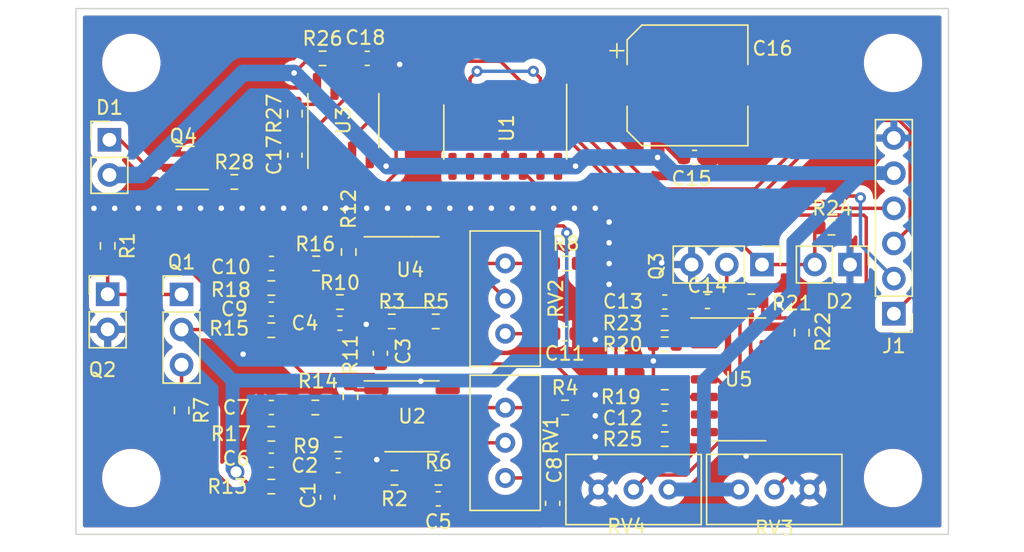
<source format=kicad_pcb>
(kicad_pcb (version 20211014) (generator pcbnew)
  (layers (0 "F.Cu" signal) (31 "B.Cu" signal) (34 "B.Paste" user) (35 "F.Paste" user) (36 "B.SilkS" user "B.Silkscreen") (37 "F.SilkS" user "F.Silkscreen") (38 "B.Mask" user) (39 "F.Mask" user) (44 "Edge.Cuts" user))
  (net 0 "")
  (net 1 "/recived")
  (net 2 "Net-(C1-Pad2)")
  (net 3 "Net-(C2-Pad2)")
  (net 4 "Net-(C3-Pad1)")
  (net 5 "Net-(C3-Pad2)")
  (net 6 "Net-(C4-Pad2)")
  (net 7 "GND")
  (net 8 "Net-(C5-Pad2)")
  (net 9 "Net-(C6-Pad2)")
  (net 10 "Net-(C8-Pad2)")
  (net 11 "Net-(C9-Pad2)")
  (net 12 "Net-(C10-Pad2)")
  (net 13 "Net-(C11-Pad2)")
  (net 14 "/A_FILTER")
  (net 15 "Net-(C12-Pad2)")
  (net 16 "Net-(C13-Pad1)")
  (net 17 "Net-(C13-Pad2)")
  (net 18 "+5V")
  (net 19 "Net-(D1-Pad1)")
  (net 20 "Net-(Q4-Pad1)")
  (net 21 "/TX_D")
  (net 22 "/RX_D")
  (net 23 "/TX_P")
  (net 24 "/RX_P")
  (net 25 "Net-(Q1-Pad1)")
  (net 26 "Net-(R11-Pad2)")
  (net 27 "Net-(R4-Pad1)")
  (net 28 "Net-(R5-Pad2)")
  (net 29 "Net-(R8-Pad1)")
  (net 30 "Net-(R11-Pad1)")
  (net 31 "Net-(R20-Pad1)")
  (net 32 "Net-(RV1-Pad2)")
  (net 33 "Net-(RV2-Pad2)")
  (net 34 "Net-(RV3-Pad2)")
  (net 35 "Net-(RV4-Pad2)")
  (net 36 "Net-(C14-Pad2)")
  (net 37 "/generator/40KHz")
  (net 38 "Net-(U1-Pad3)")
  (net 39 "Net-(U1-Pad6)")
  (net 40 "Net-(C17-Pad1)")
  (net 41 "Net-(C18-Pad1)")
  (net 48 "Net-(C7-Pad2)")
  (net 49 "Net-(R12-Pad2)")
  (net 50 "Net-(R12-Pad1)")
  (net 51 "/detector/detector_out")
  (net 52 "Net-(R26-Pad2)")
  (footprint "MountingHole:MountingHole_3.2mm_M3" (layer "F.Cu") (at 60 155)
    (fp_text reference "REF**" hide)
    (fp_text value "MountingHole_3.2mm_M3")
  )
  (footprint "Capacitor_SMD:C_0603_1608Metric" (layer "F.Cu") (at 98.519072 150.666)
    (fp_text reference "C12")
    (fp_text value "0.1uF")
  )
  (footprint "Resistor_SMD:R_0603_1608Metric" (layer "F.Cu") (at 73.348 139.491 180)
    (fp_text reference "R16")
    (fp_text value "74K")
  )
  (footprint "MountingHole:MountingHole_3.2mm_M3" (layer "F.Cu") (at 115 125)
    (fp_text reference "REF**" hide)
    (fp_text value "MountingHole_3.2mm_M3")
  )
  (footprint "Resistor_SMD:R_0603_1608Metric" (layer "F.Cu") (at 108.415072 144.497 90)
    (fp_text reference "R22")
    (fp_text value "0.4K")
  )
  (footprint "Resistor_SMD:R_0603_1608Metric" (layer "F.Cu") (at 63.6345 150.114 -90)
    (fp_text reference "R7")
    (fp_text value "100r")
  )
  (footprint "Resistor_SMD:R_0603_1608Metric" (layer "F.Cu") (at 98.519072 149.142 180)
    (fp_text reference "R19")
    (fp_text value "4K")
  )
  (footprint "Resistor_SMD:R_0603_1608Metric" (layer "F.Cu") (at 75.697 138.665 90)
    (fp_text reference "R12")
    (fp_text value "74K")
  )
  (footprint "Connector_PinHeader_2.54mm:PinHeader_1x02_P2.54mm_Vertical" (layer "F.Cu") (at 58.42 130.556)
    (fp_text reference "D1")
    (fp_text value "LED")
  )
  (footprint "Capacitor_SMD:C_0603_1608Metric" (layer "F.Cu") (at 91.305 144.571 180)
    (fp_text reference "C11")
    (fp_text value "0.62u")
  )
  (footprint "Resistor_SMD:R_0603_1608Metric" (layer "F.Cu") (at 70.109 144.317)
    (fp_text reference "R15")
    (fp_text value "2K")
  )
  (footprint "MountingHole:MountingHole_3.2mm_M3" (layer "F.Cu") (at 60 125)
    (fp_text reference "REF**" hide)
    (fp_text value "MountingHole_3.2mm_M3")
  )
  (footprint "Resistor_SMD:R_0603_1608Metric" (layer "F.Cu") (at 70.109 141.269 180)
    (fp_text reference "R18")
    (fp_text value "2K")
  )
  (footprint "Resistor_SMD:R_0603_1608Metric" (layer "F.Cu") (at 104.775 142.24)
    (fp_text reference "R21")
    (fp_text value "1.5K")
  )
  (footprint "Package_SO:SO-14_3.9x8.65mm_P1.27mm" (layer "F.Cu") (at 103.853072 147.872)
    (fp_text reference "U5")
    (fp_text value "LM339")
  )
  (footprint "Capacitor_SMD:C_0603_1608Metric" (layer "F.Cu") (at 74.935 154.096)
    (fp_text reference "C2")
    (fp_text value "0.45nF")
  )
  (footprint "Capacitor_SMD:C_0603_1608Metric" (layer "F.Cu") (at 101.6 142.24)
    (fp_text reference "C14")
    (fp_text value "0.45nF")
  )
  (footprint "Resistor_SMD:R_0603_1608Metric" (layer "F.Cu") (at 67.437 133.604)
    (fp_text reference "R28")
    (fp_text value "R_Small")
  )
  (footprint "Connector_PinHeader_2.54mm:PinHeader_1x06_P2.54mm_Vertical" (layer "F.Cu") (at 115.062 143.129 180)
    (fp_text reference "J1")
    (fp_text value "Conn_01x06_Male")
  )
  (footprint "Package_SO:SO-14_3.9x8.65mm_P1.27mm" (layer "F.Cu") (at 87 130 -90)
    (fp_text reference "U1")
    (fp_text value "74HC08")
  )
  (footprint "Resistor_SMD:R_0603_1608Metric" (layer "F.Cu") (at 75.824 149.08 90)
    (fp_text reference "R11")
    (fp_text value "18K7")
  )
  (footprint "Capacitor_SMD:C_0603_1608Metric" (layer "F.Cu") (at 77.036 124.67 180)
    (fp_text reference "C18")
    (fp_text value "C_Small")
  )
  (footprint "Resistor_SMD:R_0603_1608Metric" (layer "F.Cu") (at 74.935 152.572 180)
    (fp_text reference "R9")
    (fp_text value "18K7")
  )
  (footprint "Potentiometer_THT:Potentiometer_Bourns_3296W_Vertical" (layer "F.Cu") (at 87 144.571 -90)
    (fp_text reference "RV2")
    (fp_text value "47k")
  )
  (footprint "Resistor_SMD:R_0603_1608Metric" (layer "F.Cu") (at 81.984 143.682)
    (fp_text reference "R5")
    (fp_text value "53r")
  )
  (footprint "Connector_PinHeader_2.54mm:PinHeader_1x02_P2.54mm_Vertical" (layer "F.Cu") (at 58.293 141.717)
    (fp_text reference "Q2")
    (fp_text value "Q_Photo_NPN")
  )
  (footprint "Resistor_SMD:R_0603_1608Metric" (layer "F.Cu") (at 71.811 128.67 -90)
    (fp_text reference "R27")
    (fp_text value "R_Small")
  )
  (footprint "Resistor_SMD:R_0603_1608Metric" (layer "F.Cu") (at 58.293 138.224 -90)
    (fp_text reference "R1")
    (fp_text value "4K3")
  )
  (footprint "Capacitor_SMD:CP_Elec_8x10.5" (layer "F.Cu") (at 100.159 126.626)
    (fp_text reference "C16")
    (fp_text value "330u")
  )
  (footprint "Resistor_SMD:R_0603_1608Metric" (layer "F.Cu") (at 73.811 124.67)
    (fp_text reference "R26")
    (fp_text value "R_Small")
  )
  (footprint "Package_TO_SOT_SMD:SOT-23" (layer "F.Cu") (at 63.881 132.588 180)
    (fp_text reference "Q4")
    (fp_text value "FDN337N")
  )
  (footprint "Potentiometer_THT:Potentiometer_Bourns_3296W_Vertical" (layer "F.Cu") (at 87 154.995 -90)
    (fp_text reference "RV1")
    (fp_text value "47k")
  )
  (footprint "Capacitor_SMD:C_0603_1608Metric" (layer "F.Cu") (at 98.519072 142.284)
    (fp_text reference "C13")
    (fp_text value "0.45nF")
  )
  (footprint "Resistor_SMD:R_0603_1608Metric" (layer "F.Cu") (at 110.554 136.906 180)
    (fp_text reference "R24")
    (fp_text value "4K3")
  )
  (footprint "Capacitor_SMD:C_0603_1608Metric" (layer "F.Cu") (at 74.173 156.395 90)
    (fp_text reference "C1")
    (fp_text value "0.45nF")
  )
  (footprint "Capacitor_SMD:C_0603_1608Metric" (layer "F.Cu") (at 75.062 143.809)
    (fp_text reference "C4")
    (fp_text value "0.22nF")
  )
  (footprint "Resistor_SMD:R_0603_1608Metric" (layer "F.Cu") (at 91.382 139.491)
    (fp_text reference "R8")
    (fp_text value "53r")
  )
  (footprint "Resistor_SMD:R_0603_1608Metric" (layer "F.Cu") (at 75.062 142.285 180)
    (fp_text reference "R10")
    (fp_text value "21K")
  )
  (footprint "Resistor_SMD:R_0603_1608Metric" (layer "F.Cu") (at 70.109 151.81 180)
    (fp_text reference "R17")
    (fp_text value "2K")
  )
  (footprint "Connector_PinHeader_2.54mm:PinHeader_1x03_P2.54mm_Vertical" (layer "F.Cu") (at 63.627 141.732)
    (fp_text reference "Q1")
    (fp_text value "KT315")
  )
  (footprint "Capacitor_SMD:C_0603_1608Metric" (layer "F.Cu") (at 100.667 131.833)
    (fp_text reference "C15")
    (fp_text value "0.68u")
  )
  (footprint "Capacitor_SMD:C_0603_1608Metric" (layer "F.Cu") (at 70.109 149.905)
    (fp_text reference "C7")
    (fp_text value "0.1uF")
  )
  (footprint "Resistor_SMD:R_0603_1608Metric" (layer "F.Cu") (at 98.519072 145.332 180)
    (fp_text reference "R20")
    (fp_text value "0.4K")
  )
  (footprint "Resistor_SMD:R_0603_1608Metric" (layer "F.Cu") (at 91.318 149.905)
    (fp_text reference "R4")
    (fp_text value "53r")
  )
  (footprint "Capacitor_SMD:C_0603_1608Metric" (layer "F.Cu") (at 70.109 142.793)
    (fp_text reference "C9")
    (fp_text value "10uF")
  )
  (footprint "MountingHole:MountingHole_3.2mm_M3" (layer "F.Cu") (at 115 155)
    (fp_text reference "REF**" hide)
    (fp_text value "MountingHole_3.2mm_M3")
  )
  (footprint "Resistor_SMD:R_0603_1608Metric" (layer "F.Cu") (at 98.519072 143.808 180)
    (fp_text reference "R23")
    (fp_text value "50R")
  )
  (footprint "Resistor_SMD:R_0603_1608Metric" (layer "F.Cu") (at 78.999 154.985)
    (fp_text reference "R2")
    (fp_text value "18K7")
  )
  (footprint "Capacitor_SMD:C_0603_1608Metric" (layer "F.Cu") (at 77.983 145.981 90)
    (fp_text reference "C3")
    (fp_text value "0.22nF")
  )
  (footprint "Potentiometer_THT:Potentiometer_Bourns_3296W_Vertical" (layer "F.Cu") (at 98.806 155.829)
    (fp_text reference "RV4")
    (fp_text value "74K")
  )
  (footprint "Capacitor_SMD:C_0603_1608Metric" (layer "F.Cu") (at 70.122 139.491)
    (fp_text reference "C10")
    (fp_text value "0.1uF")
  )
  (footprint "Resistor_SMD:R_0603_1608Metric" (layer "F.Cu") (at 82.174 154.985)
    (fp_text reference "R6")
    (fp_text value "53r")
  )
  (footprint "Resistor_SMD:R_0603_1608Metric" (layer "F.Cu") (at 98.519072 152.19)
    (fp_text reference "R25")
    (fp_text value "4K")
  )
  (footprint "Capacitor_SMD:C_0603_1608Metric" (layer "F.Cu") (at 90.424 156.832 90)
    (fp_text reference "C8")
    (fp_text value "0.62u")
  )
  (footprint "Package_SO:SO-8_3.9x4.9mm_P1.27mm" (layer "F.Cu") (at 80.269 150.54)
    (fp_text reference "U2")
    (fp_text value "LM358")
  )
  (footprint "Connector_PinHeader_2.54mm:PinHeader_1x02_P2.54mm_Vertical" (layer "F.Cu") (at 111.892 139.573 -90)
    (fp_text reference "D2")
    (fp_text value "DIODE")
  )
  (footprint "Capacitor_SMD:C_0603_1608Metric" (layer "F.Cu") (at 71.811 131.67 -90)
    (fp_text reference "C17")
    (fp_text value "C_Small")
  )
  (footprint "Potentiometer_THT:Potentiometer_Bourns_3296W_Vertical" (layer "F.Cu") (at 103.886 155.829 180)
    (fp_text reference "RV3")
    (fp_text value "74K")
  )
  (footprint "Package_SO:SOIC-8_3.9x4.9mm_P1.27mm" (layer "F.Cu") (at 75.311 129.17 90)
    (fp_text reference "U3")
    (fp_text value "NE555D")
  )
  (footprint "Capacitor_SMD:C_0603_1608Metric" (layer "F.Cu") (at 70.109 153.715)
    (fp_text reference "C6")
    (fp_text value "10uF")
  )
  (footprint "Connector_PinHeader_2.54mm:PinHeader_1x03_P2.54mm_Vertical" (layer "F.Cu") (at 105.537 139.573 -90)
    (fp_text reference "Q3")
    (fp_text value "KT315")
  )
  (footprint "Resistor_SMD:R_0603_1608Metric" (layer "F.Cu") (at 73.284 149.905 180)
    (fp_text reference "R14")
    (fp_text value "74K")
  )
  (footprint "Resistor_SMD:R_0603_1608Metric" (layer "F.Cu") (at 70.109 155.62)
    (fp_text reference "R13")
    (fp_text value "2K")
  )
  (footprint "Resistor_SMD:R_0603_1608Metric" (layer "F.Cu") (at 78.809 143.682)
    (fp_text reference "R3")
    (fp_text value "21K")
  )
  (footprint "Capacitor_SMD:C_0603_1608Metric" (layer "F.Cu") (at 82.161 156.509)
    (fp_text reference "C5")
    (fp_text value "6.8n")
  )
  (footprint "Package_SO:SO-8_3.9x4.9mm_P1.27mm" (layer "F.Cu") (at 80.269 140.126)
    (fp_text reference "U4")
    (fp_text value "LM358")
  )
  (gr_rect (start 56 121.0715) (end 119 159.0715) (layer "Edge.Cuts") (width 0.1) (fill none))
  (segment (start 63.6345 149.289) (end 64.961 149.289) (width 0.25) (layer "F.Cu") (net 1))
  (segment (start 63.627 146.812) (end 63.627 149.2815) (width 0.25) (layer "F.Cu") (net 1))
  (segment (start 65.786 150.114) (end 65.786 154.305) (width 0.25) (layer "F.Cu") (net 1))
  (segment (start 63.627 149.2815) (end 63.6345 149.289) (width 0.25) (layer "F.Cu") (net 1))
  (segment (start 68.651 157.17) (end 65.786 154.305) (width 0.25) (layer "F.Cu") (net 1))
  (segment (start 74.173 157.17) (end 68.651 157.17) (width 0.25) (layer "F.Cu") (net 1))
  (segment (start 64.961 149.289) (end 65.786 150.114) (width 0.25) (layer "F.Cu") (net 1))
  (segment (start 74.173 154.109) (end 74.16 154.096) (width 0.25) (layer "F.Cu") (net 2))
  (segment (start 77.539 155.62) (end 78.174 154.985) (width 0.25) (layer "F.Cu") (net 2))
  (segment (start 74.173 155.62) (end 77.539 155.62) (width 0.25) (layer "F.Cu") (net 2))
  (segment (start 74.173 155.62) (end 74.173 154.109) (width 0.25) (layer "F.Cu") (net 2))
  (segment (start 77.694 151.175) (end 77.094 151.175) (width 0.25) (layer "F.Cu") (net 3))
  (segment (start 77.094 151.175) (end 75.824 152.445) (width 0.25) (layer "F.Cu") (net 3))
  (segment (start 75.824 152.445) (end 75.824 154.35) (width 0.25) (layer "F.Cu") (net 3))
  (segment (start 77.983 146.756) (end 90.582 146.756) (width 0.25) (layer "F.Cu") (net 4))
  (segment (start 90.582 146.756) (end 92.143 148.317) (width 0.25) (layer "F.Cu") (net 4))
  (segment (start 92.143 148.317) (end 92.143 149.905) (width 0.25) (layer "F.Cu") (net 4))
  (segment (start 74.554 145.206) (end 77.983 145.206) (width 0.25) (layer "F.Cu") (net 5))
  (segment (start 77.984 143.682) (end 77.984 145.205) (width 0.25) (layer "F.Cu") (net 5))
  (segment (start 74.287 143.809) (end 74.287 144.939) (width 0.25) (layer "F.Cu") (net 5))
  (segment (start 74.287 144.939) (end 74.554 145.206) (width 0.25) (layer "F.Cu") (net 5))
  (segment (start 77.984 145.205) (end 77.983 145.206) (width 0.25) (layer "F.Cu") (net 5))
  (segment (start 77.411 140.761) (end 75.887 142.285) (width 0.25) (layer "F.Cu") (net 6))
  (segment (start 75.887 143.759) (end 75.837 143.809) (width 0.25) (layer "F.Cu") (net 6))
  (segment (start 75.887 142.285) (end 75.887 143.759) (width 0.25) (layer "F.Cu") (net 6))
  (segment (start 77.694 140.761) (end 77.411 140.761) (width 0.25) (layer "F.Cu") (net 6))
  (segment (start 101.442 131.833) (end 101.95 131.833) (width 1.2) (layer "F.Cu") (net 7))
  (segment (start 76.962 142.763) (end 76.962 143.891) (width 0.25) (layer "F.Cu") (net 7))
  (segment (start 111.892 137.419) (end 111.892 139.573) (width 0.25) (layer "F.Cu") (net 7))
  (segment (start 69.284 139.554) (end 69.347 139.491) (width 0.25) (layer "F.Cu") (net 7))
  (segment (start 77.694 142.031) (end 76.962 142.763) (width 0.25) (layer "F.Cu") (net 7))
  (segment (start 101.95 131.833) (end 103.588 130.195) (width 1.2) (layer "F.Cu") (net 7))
  (segment (start 69.334 142.793) (end 69.334 141.319) (width 0.25) (layer "F.Cu") (net 7))
  (segment (start 69.334 141.319) (end 69.284 141.269) (width 0.25) (layer "F.Cu") (net 7))
  (segment (start 79.375 124.981862) (end 78.263618 123.87048) (width 0.25) (layer "F.Cu") (net 7))
  (segment (start 73.406 131.645) (end 72.611 131.645) (width 0.25) (layer "F.Cu") (net 7))
  (segment (start 78.263618 123.87048) (end 77.06052 123.87048) (width 0.25) (layer "F.Cu") (net 7))
  (segment (start 111.379 136.906) (end 111.892 137.419) (width 0.25) (layer "F.Cu") (net 7))
  (segment (start 103.588 130.195) (end 103.588 126.897) (width 1.2) (layer "F.Cu") (net 7))
  (segment (start 77.06052 123.87048) (end 76.261 124.67) (width 0.25) (layer "F.Cu") (net 7))
  (segment (start 69.284 141.269) (end 69.284 139.554) (width 0.25) (layer "F.Cu") (net 7))
  (segment (start 109 156) (end 109.060072 156) (width 0.25) (layer "F.Cu") (net 7))
  (segment (start 100.825 142.24) (end 100.711 142.24) (width 0.25) (layer "F.Cu") (net 7))
  (segment (start 72.611 131.645) (end 71.811 132.445) (width 0.25) (layer "F.Cu") (net 7))
  (via (at 104.394 153.416) (size 0.8) (drill 0.4) (layers "F.Cu" "B.Cu") (net 7))
  (via (at 84.5 135.5) (size 0.8) (drill 0.4) (layers "F.Cu" "B.Cu") (net 7))
  (via (at 80 135.5) (size 0.8) (drill 0.4) (layers "F.Cu" "B.Cu") (net 7))
  (via (at 74 135.5) (size 0.8) (drill 0.4) (layers "F.Cu" "B.Cu") (net 7))
  (via (at 68 135.5) (size 0.8) (drill 0.4) (layers "F.Cu" "B.Cu") (net 7))
  (via (at 93.5 152) (size 0.8) (drill 0.4) (layers "F.Cu" "B.Cu") (net 7))
  (via (at 71 135.5) (size 0.8) (drill 0.4) (layers "F.Cu" "B.Cu") (net 7))
  (via (at 87.5 135.5) (size 0.8) (drill 0.4) (layers "F.Cu" "B.Cu") (net 7))
  (via (at 94.5 141) (size 0.8) (drill 0.4) (layers "F.Cu" "B.Cu") (net 7))
  (via (at 75.5 135.5) (size 0.8) (drill 0.4) (layers "F.Cu" "B.Cu") (net 7))
  (via (at 93.5 145) (size 0.8) (drill 0.4) (layers "F.Cu" "B.Cu") (net 7))
  (via (at 58.801 135.509) (size 0.8) (drill 0.4) (layers "F.Cu" "B.Cu") (net 7))
  (via (at 94.5 138) (size 0.8) (drill 0.4) (layers "F.Cu" "B.Cu") (net 7))
  (via (at 62 135.5) (size 0.8) (drill 0.4) (layers "F.Cu" "B.Cu") (net 7))
  (via (at 69.5 135.5) (size 0.8) (drill 0.4) (layers "F.Cu" "B.Cu") (net 7))
  (via (at 94.5 136.5) (size 0.8) (drill 0.4) (layers "F.Cu" "B.Cu") (net 7))
  (via (at 89 135.5) (size 0.8) (drill 0.4) (layers "F.Cu" "B.Cu") (net 7))
  (via (at 92 135.5) (size 0.8) (drill 0.4) (layers "F.Cu" "B.Cu") (net 7))
  (via (at 60.5 135.5) (size 0.8) (drill 0.4) (layers "F.Cu" "B.Cu") (net 7))
  (via (at 63.5 135.5) (size 0.8) (drill 0.4) (layers "F.Cu" "B.Cu") (net 7))
  (via (at 78.5 135.5) (size 0.8) (drill 0.4) (layers "F.Cu" "B.Cu") (net 7))
  (via (at 93.5 153.5) (size 0.8) (drill 0.4) (layers "F.Cu" "B.Cu") (net 7))
  (via (at 72.5 135.5) (size 0.8) (drill 0.4) (layers "F.Cu" "B.Cu") (net 7))
  (via (at 90.5 135.5) (size 0.8) (drill 0.4) (layers "F.Cu" "B.Cu") (net 7))
  (via (at 86 135.5) (size 0.8) (drill 0.4) (layers "F.Cu" "B.Cu") (net 7))
  (via (at 66.5 135.5) (size 0.8) (drill 0.4) (layers "F.Cu" "B.Cu") (net 7))
  (via (at 65 135.5) (size 0.8) (drill 0.4) (layers "F.Cu" "B.Cu") (net 7))
  (via (at 77.724 153.67) (size 0.8) (drill 0.4) (layers "F.Cu" "B.Cu") (net 7))
  (via (at 79.375 125.106) (size 0.8) (drill 0.4) (layers "F.Cu" "B.Cu") (net 7))
  (via (at 57.301 135.509) (size 0.8) (drill 0.4) (layers "F.Cu" "B.Cu") (net 7))
  (via (at 93.5 149) (size 0.8) (drill 0.4) (layers "F.Cu" "B.Cu") (net 7))
  (via (at 93.5 135.5) (size 0.8) (drill 0.4) (layers "F.Cu" "B.Cu") (net 7))
  (via (at 76.962 143.891) (size 0.8) (drill 0.4) (layers "F.Cu" "B.Cu") (net 7))
  (via (at 81.5 135.5) (size 0.8) (drill 0.4) (layers "F.Cu" "B.Cu") (net 7))
  (via (at 93.5 150.5) (size 0.8) (drill 0.4) (layers "F.Cu" "B.Cu") (net 7))
  (via (at 83 135.5) (size 0.8) (drill 0.4) (layers "F.Cu" "B.Cu") (net 7))
  (via (at 68.072 146.05) (size 0.8) (drill 0.4) (layers "F.Cu" "B.Cu") (net 7))
  (via (at 94.5 139.5) (size 0.8) (drill 0.4) (layers "F.Cu" "B.Cu") (net 7))
  (via (at 98.298 139.446) (size 0.8) (drill 0.4) (layers "F.Cu" "B.Cu") (net 7))
  (via (at 77 135.5) (size 0.8) (drill 0.4) (layers "F.Cu" "B.Cu") (net 7))
  (segment (start 82.999 152.6) (end 82.844 152.445) (width 0.25) (layer "F.Cu") (net 8))
  (segment (start 82.999 154.985) (end 82.999 152.6) (width 0.25) (layer "F.Cu") (net 8))
  (segment (start 82.949 156.636) (end 82.949 155.035) (width 0.25) (layer "F.Cu") (net 8))
  (segment (start 82.949 155.035) (end 82.999 154.985) (width 0.25) (layer "F.Cu") (net 8))
  (segment (start 70.934 151.81) (end 70.934 153.665) (width 0.25) (layer "F.Cu") (net 9))
  (segment (start 73.539 151.81) (end 74.174 152.445) (width 0.25) (layer "F.Cu") (net 9))
  (segment (start 70.884 155.57) (end 70.934 155.62) (width 0.25) (layer "F.Cu") (net 9))
  (segment (start 70.934 151.81) (end 73.539 151.81) (width 0.25) (layer "F.Cu") (net 9))
  (segment (start 70.934 153.665) (end 70.884 153.715) (width 0.25) (layer "F.Cu") (net 9))
  (segment (start 70.884 153.715) (end 70.884 155.57) (width 0.25) (layer "F.Cu") (net 9))
  (segment (start 87 154.995) (end 89.362 154.995) (width 0.25) (layer "F.Cu") (net 10))
  (segment (start 89.362 154.995) (end 90.424 156.057) (width 0.25) (layer "F.Cu") (net 10))
  (segment (start 70.884 144.267) (end 70.934 144.317) (width 0.25) (layer "F.Cu") (net 11))
  (segment (start 70.934 141.269) (end 70.934 142.743) (width 0.25) (layer "F.Cu") (net 11))
  (segment (start 70.934 142.743) (end 70.884 142.793) (width 0.25) (layer "F.Cu") (net 11))
  (segment (start 74.237 142.285) (end 71.392 142.285) (width 0.25) (layer "F.Cu") (net 11))
  (segment (start 70.884 142.793) (end 70.884 144.267) (width 0.25) (layer "F.Cu") (net 11))
  (segment (start 71.392 142.285) (end 70.884 142.793) (width 0.25) (layer "F.Cu") (net 11))
  (segment (start 70.897 139.491) (end 72.523 139.491) (width 0.25) (layer "F.Cu") (net 12))
  (segment (start 90.53 144.571) (end 87 144.571) (width 0.25) (layer "F.Cu") (net 13))
  (segment (start 94.996 149.479) (end 96.183 150.666) (width 0.25) (layer "F.Cu") (net 14))
  (segment (start 92.207 140.467) (end 94.996 143.256) (width 0.25) (layer "F.Cu") (net 14))
  (segment (start 92.207 139.491) (end 92.207 140.467) (width 0.25) (layer "F.Cu") (net 14))
  (segment (start 96.183 150.666) (end 97.744072 150.666) (width 0.25) (layer "F.Cu") (net 14))
  (segment (start 94.996 143.256) (end 94.996 149.479) (width 0.25) (layer "F.Cu") (net 14))
  (segment (start 99.344072 149.142) (end 99.344072 152.19) (width 0.25) (layer "F.Cu") (net 15))
  (segment (start 101.378072 149.142) (end 99.344072 149.142) (width 0.25) (layer "F.Cu") (net 15))
  (segment (start 97.694072 142.334) (end 97.744072 142.284) (width 0.25) (layer "F.Cu") (net 16))
  (segment (start 97.694072 143.808) (end 97.694072 142.334) (width 0.25) (layer "F.Cu") (net 16))
  (segment (start 97.028 140.017928) (end 97.028 137.922) (width 0.25) (layer "F.Cu") (net 17))
  (segment (start 105.537 139.573) (end 109.352 139.573) (width 0.25) (layer "F.Cu") (net 17))
  (segment (start 97.028 137.922) (end 97.536 137.414) (width 0.25) (layer "F.Cu") (net 17))
  (segment (start 97.536 137.414) (end 103.378 137.414) (width 0.25) (layer "F.Cu") (net 17))
  (segment (start 103.378 137.414) (end 105.537 139.573) (width 0.25) (layer "F.Cu") (net 17))
  (segment (start 99.294072 142.284) (end 97.028 140.017928) (width 0.25) (layer "F.Cu") (net 17))
  (segment (start 109.352 139.573) (end 109.352 137.283) (width 0.25) (layer "F.Cu") (net 17))
  (segment (start 109.352 137.283) (end 109.729 136.906) (width 0.25) (layer "F.Cu") (net 17))
  (segment (start 72.986 124.67) (end 72.815 124.67) (width 0.25) (layer "F.Cu") (net 18))
  (segment (start 101.754144 146.602) (end 101.378072 146.602) (width 0.25) (layer "F.Cu") (net 18))
  (segment (start 92.061 132.475) (end 92.075 132.461) (width 0.25) (layer "F.Cu") (net 18))
  (segment (start 69.269 155.605) (end 69.284 155.62) (width 0.25) (layer "F.Cu") (net 18))
  (segment (start 97.694072 146.538) (end 97.694072 145.332) (width 0.25) (layer "F.Cu") (net 18))
  (segment (start 61.643022 137.399) (end 65.659 141.414978) (width 0.25) (layer "F.Cu") (net 18))
  (segment (start 65.659 144.272) (end 63.627 144.272) (width 0.25) (layer "F.Cu") (net 18))
  (segment (start 58.293 137.399) (end 61.643022 137.399) (width 0.25) (layer "F.Cu") (net 18))
  (segment (start 97.758072 146.602) (end 97.694072 146.538) (width 0.25) (layer "F.Cu") (net 18))
  (segment (start 77.216 131.645) (end 77.5805 131.645) (width 0.25) (layer "F.Cu") (net 18))
  (segment (start 105.6 142.24) (end 105.6 143.42896) (width 0.25) (layer "F.Cu") (net 18))
  (segment (start 90.81 132.475) (end 92.061 132.475) (width 0.25) (layer "F.Cu") (net 18))
  (segment (start 69.284 144.317) (end 65.704 144.317) (width 0.25) (layer "F.Cu") (net 18))
  (segment (start 106.807 142.494) (end 106.807 143.383) (width 0.25) (layer "F.Cu") (net 18))
  (segment (start 97.694072 149.142) (end 97.694072 146.538) (width 0.25) (layer "F.Cu") (net 18))
  (segment (start 91.186 136.779) (end 91.44 137.033) (width 0.25) (layer "F.Cu") (net 18))
  (segment (start 107.228072 143.41396) (end 107.251592 143.43748) (width 0.25) (layer "F.Cu") (net 18))
  (segment (start 107.251592 143.43748) (end 106.86148 143.43748) (width 0.25) (layer "F.Cu") (net 18))
  (segment (start 77.5805 131.645) (end 78.3965 132.461) (width 0.25) (layer "F.Cu") (net 18))
  (segment (start 108.415072 143.672) (end 108.180552 143.43748) (width 0.25) (layer "F.Cu") (net 18))
  (segment (start 68.625 155.62) (end 67.564 154.559) (width 0.25) (layer "F.Cu") (net 18))
  (segment (start 73.406 125.09) (end 72.986 124.67) (width 0.25) (layer "F.Cu") (net 18))
  (segment (start 98.392072 155.99) (end 98.845112 155.99) (width 0.25) (layer "F.Cu") (net 18))
  (segment (start 65.704 144.317) (end 65.659 144.272) (width 0.25) (layer "F.Cu") (net 18))
  (segment (start 91.44 137.033) (end 91.44 137.287) (width 0.25) (layer "F.Cu") (net 18))
  (segment (start 72.815 124.67) (end 71.755 125.73) (width 0.25) (layer "F.Cu") (net 18))
  (segment (start 73.406 126.695) (end 73.406 125.09) (width 0.25) (layer "F.Cu") (net 18))
  (segment (start 108.180552 143.43748) (end 107.251592 143.43748) (width 0.25) (layer "F.Cu") (net 18))
  (segment (start 77.974862 148) (end 80.904 148) (width 0.25) (layer "F.Cu") (net 18))
  (segment (start 65.659 141.414978) (end 65.659 144.272) (width 0.25) (layer "F.Cu") (net 18))
  (segment (start 98 129.941) (end 99.892 131.833) (width 1) (layer "F.Cu") (net 18))
  (segment (start 105.6 143.42896) (end 105.59148 143.43748) (width 0.25) (layer "F.Cu") (net 18))
  (segment (start 77.505342 147.53048) (end 77.974862 148) (width 0.25) (layer "F.Cu") (net 18))
  (segment (start 69.284 144.317) (end 72.49748 147.53048) (width 0.25) (layer "F.Cu") (net 18))
  (segment (start 84.286 136.779) (end 91.186 136.779) (width 0.25) (layer "F.Cu") (net 18))
  (segment (start 106.807 143.383) (end 106.86148 143.43748) (width 0.25) (layer "F.Cu") (net 18))
  (segment (start 106.86148 143.43748) (end 105.59148 143.43748) (width 0.25) (layer "F.Cu") (net 18))
  (segment (start 101.378072 146.602) (end 97.758072 146.602) (width 0.25) (layer "F.Cu") (net 18))
  (segment (start 69.284 155.62) (end 68.625 155.62) (width 0.25) (layer "F.Cu") (net 18))
  (segment (start 82.209 148) (end 82.844 148.635) (width 0.25) (layer "F.Cu") (net 18))
  (segment (start 98 128.167) (end 98 129.941) (width 1) (layer "F.Cu") (net 18))
  (segment (start 98 131.833) (end 98 128.167) (width 1) (layer "F.Cu") (net 18))
  (segment (start 72.49748 147.53048) (end 77.505342 147.53048) (width 0.25) (layer "F.Cu") (net 18))
  (segment (start 80.904 148) (end 82.209 148) (width 0.25) (layer "F.Cu") (net 18))
  (segment (start 82.844 138.221) (end 84.286 136.779) (width 0.25) (layer "F.Cu") (net 18))
  (via (at 97.694072 146.538) (size 0.8) (drill 0.4) (layers "F.Cu" "B.Cu") (net 18))
  (via (at 71.755 125.73) (size 0.8) (drill 0.4) (layers "F.Cu" "B.Cu") (net 18))
  (via (at 67.564 154.559) (size 1.2) (drill 0.8) (layers "F.Cu" "B.Cu") (net 18))
  (via (at 91.44 137.287) (size 0.8) (drill 0.4) (layers "F.Cu" "B.Cu") (net 18))
  (via (at 106.807 142.494) (size 0.8) (drill 0.4) (layers "F.Cu" "B.Cu") (net 18))
  (via (at 78.3965 132.461) (size 0.8) (drill 0.4) (layers "F.Cu" "B.Cu") (net 18))
  (via (at 80.904 148) (size 0.8) (drill 0.4) (layers "F.Cu" "B.Cu") (net 18))
  (via (at 92.075 132.461) (size 0.8) (drill 0.4) (layers "F.Cu" "B.Cu") (net 18))
  (via (at 98 131.833) (size 0.8) (drill 0.4) (layers "F.Cu" "B.Cu") (net 18))
  (segment (start 91.44 137.287) (end 91.275489 137.122489) (width 0.25) (layer "B.Cu") (net 18))
  (segment (start 107.802489 137.942511) (end 111.1885 134.5565) (width 1) (layer "B.Cu") (net 18))
  (segment (start 112.776 132.969) (end 115.062 132.969) (width 1) (layer "B.Cu") (net 18))
  (segment (start 68.072 125.73) (end 60.706 133.096) (width 1.2) (layer "B.Cu") (net 18))
  (segment (start 91.44 146.304) (end 91.694 146.558) (width 0.25) (layer "B.Cu") (net 18))
  (segment (start 102.743 146.558) (end 107.802489 141.498511) (width 1) (layer "B.Cu") (net 18))
  (segment (start 91.694 146.558) (end 87.63 146.558) (width 1) (layer "B.Cu") (net 18))
  (segment (start 101.346 147.955) (end 102.743 146.558) (width 1) (layer "B.Cu") (net 18))
  (segment (start 86.233 147.955) (end 67.31 147.955) (width 1) (layer "B.Cu") (net 18))
  (segment (start 92.075 132.461) (end 78.486 132.461) (width 1.2) (layer "B.Cu") (net 18))
  (segment (start 67.31 154.305) (end 67.564 154.559) (width 1) (layer "B.Cu") (net 18))
  (segment (start 67.31 147.955) (end 67.31 154.305) (width 1) (layer "B.Cu") (net 18))
  (segment (start 60.706 133.096) (end 58.42 133.096) (width 1.2) (layer "B.Cu") (net 18))
  (segment (start 78.486 132.461) (end 71.755 125.73) (width 1.2) (layer "B.Cu") (net 18))
  (segment (start 98.806 155.829) (end 101.346 155.829) (width 1) (layer "B.Cu") (net 18))
  (segment (start 71.755 125.73) (end 68.072 125.73) (width 1.2) (layer "B.Cu") (net 18))
  (segment (start 101.346 155.829) (end 103.886 155.829) (width 1) (layer "B.Cu") (net 18))
  (segment (start 67.31 147.955) (end 63.627 144.272) (width 1) (layer "B.Cu") (net 18))
  (segment (start 107.188 132.969) (end 99.136 132.969) (width 1.2) (layer "B.Cu") (net 18))
  (segment (start 102.743 146.558) (end 91.694 146.558) (width 1) (layer "B.Cu") (net 18))
  (segment (start 111.1885 134.5565) (end 112.776 132.969) (width 1) (layer "B.Cu") (net 18))
  (segment (start 99.136 132.969) (end 98 131.833) (width 1.2) (layer "B.Cu") (net 18))
  (segment (start 92.703 131.833) (end 92.075 132.461) (width 1.2) (layer "B.Cu") (net 18))
  (segment (start 87.63 146.558) (end 86.233 147.955) (width 1) (layer "B.Cu") (net 18))
  (segment (start 107.188 132.969) (end 112.776 132.969) (width 1) (layer "B.Cu") (net 18))
  (segment (start 98 131.833) (end 92.703 131.833) (width 1.2) (layer "B.Cu") (net 18))
  (segment (start 101.346 155.829) (end 101.346 147.955) (width 1) (layer "B.Cu") (net 18))
  (segment (start 107.802489 141.498511) (end 107.802489 137.942511) (width 1) (layer "B.Cu") (net 18))
  (segment (start 91.44 137.287) (end 91.44 146.304) (width 0.25) (layer "B.Cu") (net 18))
  (segment (start 62.9435 132.588) (end 61.214 132.588) (width 0.25) (layer "F.Cu") (net 19))
  (segment (start 59.182 130.556) (end 58.42 130.556) (width 0.25) (layer "F.Cu") (net 19))
  (segment (start 61.214 132.588) (end 59.182 130.556) (width 0.25) (layer "F.Cu") (net 19))
  (segment (start 66.612 133.604) (end 64.8845 133.604) (width 0.25) (layer "F.Cu") (net 20))
  (segment (start 64.8845 133.604) (end 64.8185 133.538) (width 0.25) (layer "F.Cu") (net 20))
  (segment (start 92.71 129.032) (end 97.79 134.112) (width 0.25) (layer "F.Cu") (net 21))
  (segment (start 111.379 127.762) (end 117.221 127.762) (width 0.25) (layer "F.Cu") (net 21))
  (segment (start 117.221 127.762) (end 117.475 128.016) (width 0.25) (layer "F.Cu") (net 21))
  (segment (start 87 127.525) (end 87 127.901072) (width 0.25) (layer "F.Cu") (net 21))
  (segment (start 87 127.901072) (end 88.130928 129.032) (width 0.25) (layer "F.Cu") (net 21))
  (segment (start 117.475 128.016) (end 117.475 140.716) (width 0.25) (layer "F.Cu") (net 21))
  (segment (start 97.79 134.112) (end 105.029 134.112) (width 0.25) (layer "F.Cu") (net 21))
  (segment (start 117.475 140.716) (end 115.062 143.129) (width 0.25) (layer "F.Cu") (net 21))
  (segment (start 88.130928 129.032) (end 92.71 129.032) (width 0.25) (layer "F.Cu") (net 21))
  (segment (start 105.029 134.112) (end 111.379 127.762) (width 0.25) (layer "F.Cu") (net 21))
  (segment (start 87 132.475) (end 87 131.313) (width 0.25) (layer "F.Cu") (net 22))
  (segment (start 87 131.313) (end 88.011 130.302) (width 0.25) (layer "F.Cu") (net 22))
  (segment (start 111.36896 135.01104) (end 111.76 134.62) (width 0.25) (layer "F.Cu") (net 22))
  (segment (start 88.011 130.302) (end 91.948718 130.302) (width 0.25) (layer "F.Cu") (net 22))
  (segment (start 112.522 134.62) (end 112.649 134.747) (width 0.25) (layer "F.Cu") (net 22))
  (segment (start 96.657758 135.01104) (end 111.36896 135.01104) (width 0.25) (layer "F.Cu") (net 22))
  (segment (start 91.948718 130.302) (end 96.657758 135.01104) (width 0.25) (layer "F.Cu") (net 22))
  (segment (start 111.76 134.62) (end 112.522 134.62) (width 0.25) (layer "F.Cu") (net 22))
  (via (at 112.649 134.747) (size 0.8) (drill 0.4) (layers "F.Cu" "B.Cu") (net 22))
  (segment (start 112.649 138.144489) (end 112.649 134.747) (width 0.25) (layer "B.Cu") (net 22))
  (segment (start 115.062 140.557489) (end 112.649 138.144489) (width 0.25) (layer "B.Cu") (net 22))
  (segment (start 115.062 140.589) (end 115.062 140.557489) (width 0.25) (layer "B.Cu") (net 22))
  (segment (start 87.310448 129.48152) (end 85.73 127.901072) (width 0.25) (layer "F.Cu") (net 23))
  (segment (start 115.45301 129.159) (end 110.871 129.159) (width 0.25) (layer "F.Cu") (net 23))
  (segment (start 116.236511 129.942501) (end 115.45301 129.159) (width 0.25) (layer "F.Cu") (net 23))
  (segment (start 116.236511 136.874489) (end 116.236511 129.942501) (width 0.25) (layer "F.Cu") (net 23))
  (segment (start 105.46848 134.56152) (end 97.09652 134.56152) (width 0.25) (layer "F.Cu") (net 23))
  (segment (start 115.062 138.049) (end 116.236511 136.874489) (width 0.25) (layer "F.Cu") (net 23))
  (segment (start 97.09652 134.56152) (end 92.01652 129.48152) (width 0.25) (layer "F.Cu") (net 23))
  (segment (start 85.73 127.901072) (end 85.73 127.525) (width 0.25) (layer "F.Cu") (net 23))
  (segment (start 110.871 129.159) (end 105.46848 134.56152) (width 0.25) (layer "F.Cu") (net 23))
  (segment (start 92.01652 129.48152) (end 87.310448 129.48152) (width 0.25) (layer "F.Cu") (net 23))
  (segment (start 115.062 135.509) (end 96.52 135.509) (width 0.25) (layer "F.Cu") (net 24))
  (segment (start 89.789 130.81) (end 89.54 131.059) (width 0.25) (layer "F.Cu") (net 24))
  (segment (start 91.821 130.81) (end 89.789 130.81) (width 0.25) (layer "F.Cu") (net 24))
  (segment (start 89.54 131.059) (end 89.54 132.475) (width 0.25) (layer "F.Cu") (net 24))
  (segment (start 96.52 135.509) (end 91.821 130.81) (width 0.25) (layer "F.Cu") (net 24))
  (segment (start 63.627 141.732) (end 58.308 141.732) (width 0.25) (layer "F.Cu") (net 25))
  (segment (start 58.308 141.732) (end 58.293 141.717) (width 0.25) (layer "F.Cu") (net 25))
  (segment (start 58.293 139.049) (end 58.293 141.717) (width 0.25) (layer "F.Cu") (net 25))
  (segment (start 79.824 154.985) (end 81.349 154.985) (width 0.25) (layer "F.Cu") (net 26))
  (segment (start 77.694 148.635) (end 77.970072 148.635) (width 0.25) (layer "F.Cu") (net 26))
  (segment (start 77.970072 148.635) (end 79.824 150.488928) (width 0.25) (layer "F.Cu") (net 26))
  (segment (start 77.694 148.635) (end 76.204 148.635) (width 0.25) (layer "F.Cu") (net 26))
  (segment (start 76.204 148.635) (end 75.824 148.255) (width 0.25) (layer "F.Cu") (net 26))
  (segment (start 79.824 150.488928) (end 79.824 154.985) (width 0.25) (layer "F.Cu") (net 26))
  (segment (start 90.483 149.915) (end 87 149.915) (width 0.25) (layer "F.Cu") (net 27))
  (segment (start 90.493 149.905) (end 90.483 149.915) (width 0.25) (layer "F.Cu") (net 27))
  (segment (start 82.844 149.905) (end 82.854 149.915) (width 0.25) (layer "F.Cu") (net 27))
  (segment (start 82.854 149.915) (end 87 149.915) (width 0.25) (layer "F.Cu") (net 27))
  (segment (start 82.809 142.066) (end 82.844 142.031) (width 0.25) (layer "F.Cu") (net 28))
  (segment (start 82.809 143.682) (end 82.809 142.066) (width 0.25) (layer "F.Cu") (net 28))
  (segment (start 90.557 139.491) (end 82.844 139.491) (width 0.25) (layer "F.Cu") (net 29))
  (segment (start 75.824 149.905) (end 74.109 149.905) (width 0.25) (layer "F.Cu") (net 30))
  (segment (start 77.694 149.905) (end 75.824 149.905) (width 0.25) (layer "F.Cu") (net 30))
  (segment (start 99.344072 145.332) (end 99.344072 143.808) (width 0.25) (layer "F.Cu") (net 31))
  (segment (start 101.378072 145.332) (end 99.344072 145.332) (width 0.25) (layer "F.Cu") (net 31))
  (segment (start 84.333 151.175) (end 82.844 151.175) (width 0.25) (layer "F.Cu") (net 32))
  (segment (start 87 152.455) (end 85.613 152.455) (width 0.25) (layer "F.Cu") (net 32))
  (segment (start 85.613 152.455) (end 84.333 151.175) (width 0.25) (layer "F.Cu") (net 32))
  (segment (start 87 142.031) (end 85.73 140.761) (width 0.25) (layer "F.Cu") (net 33))
  (segment (start 85.73 140.761) (end 82.844 140.761) (width 0.25) (layer "F.Cu") (net 33))
  (segment (start 107.696 148.863856) (end 107.696 154.559) (width 0.25) (layer "F.Cu") (net 34))
  (segment (start 106.328072 147.872) (end 106.704144 147.872) (width 0.25) (layer "F.Cu") (net 34))
  (segment (start 107.696 154.559) (end 106.426 155.829) (width 0.25) (layer "F.Cu") (net 34))
  (segment (start 106.704144 147.872) (end 107.696 148.863856) (width 0.25) (layer "F.Cu") (net 34))
  (segment (start 106.510072 155.99) (end 106.520072 156) (width 0.25) (layer "B.Cu") (net 34))
  (segment (start 100.050623 154.784489) (end 97.310511 154.784489) (width 0.25) (layer "F.Cu") (net 35))
  (segment (start 97.310511 154.784489) (end 96.266 155.829) (width 0.25) (layer "F.Cu") (net 35))
  (segment (start 102.677592 148.22052) (end 102.329072 147.872) (width 0.25) (layer "F.Cu") (net 35))
  (segment (start 102.677592 152.15752) (end 102.677592 148.22052) (width 0.25) (layer "F.Cu") (net 35))
  (segment (start 102.677592 152.15752) (end 100.050623 154.784489) (width 0.25) (layer "F.Cu") (net 35))
  (segment (start 102.329072 147.872) (end 101.378072 147.872) (width 0.25) (layer "F.Cu") (net 35))
  (segment (start 103.95 147.14) (end 105.952 149.142) (width 0.25) (layer "F.Cu") (net 36))
  (segment (start 105.952 149.142) (end 106.328072 149.142) (width 0.25) (layer "F.Cu") (net 36))
  (segment (start 103.328 141.618) (end 103.95 142.24) (width 0.25) (layer "F.Cu") (net 36))
  (segment (start 102.375 142.24) (end 102.997 141.618) (width 0.25) (layer "F.Cu") (net 36))
  (segment (start 106.704144 149.142) (end 106.328072 149.142) (width 0.25) (layer "F.Cu") (net 36))
  (segment (start 106.901072 149.142) (end 106.328072 149.142) (width 0.25) (layer "F.Cu") (net 36))
  (segment (start 102.997 141.618) (end 103.328 141.618) (width 0.25) (layer "F.Cu") (net 36))
  (segment (start 102.997 141.618) (end 102.997 139.573) (width 0.25) (layer "F.Cu") (net 36))
  (segment (start 103.95 142.24) (end 103.95 147.14) (width 0.25) (layer "F.Cu") (net 36))
  (segment (start 81.9785 124.3965) (end 75.946 130.429) (width 0.25) (layer "F.Cu") (net 37))
  (segment (start 75.946 130.429) (end 75.946 131.645) (width 0.25) (layer "F.Cu") (net 37))
  (segment (start 90.81 127.525) (end 90.81 125.598) (width 0.25) (layer "F.Cu") (net 37))
  (segment (start 90.81 125.598) (end 89.6085 124.3965) (width 0.25) (layer "F.Cu") (net 37))
  (segment (start 89.6085 124.3965) (end 81.9785 124.3965) (width 0.25) (layer "F.Cu") (net 37))
  (segment (start 75.946 131.645) (end 75.946 132.021072) (width 0.25) (layer "F.Cu") (net 37))
  (segment (start 88.27 126.487) (end 86.661489 124.878489) (width 0.25) (layer "F.Cu") (net 38))
  (segment (start 86.661489 124.878489) (end 83.147511 124.878489) (width 0.25) (layer "F.Cu") (net 38))
  (segment (start 88.27 127.525) (end 88.27 126.487) (width 0.25) (layer "F.Cu") (net 38))
  (segment (start 83.147511 124.878489) (end 79.121 128.905) (width 0.25) (layer "F.Cu") (net 38))
  (segment (start 70.104 133.858) (end 69.85 133.604) (width 0.25) (layer "F.Cu") (net 38))
  (segment (start 79.121 132.969) (end 78.232 133.858) (width 0.25) (layer "F.Cu") (net 38))
  (segment (start 79.121 128.905) (end 79.121 132.969) (width 0.25) (layer "F.Cu") (net 38))
  (segment (start 78.232 133.858) (end 70.104 133.858) (width 0.25) (layer "F.Cu") (net 38))
  (segment (start 69.85 133.604) (end 68.262 133.604) (width 0.25) (layer "F.Cu") (net 38))
  (segment (start 84.46 127.525) (end 84.46 126.106) (width 0.25) (layer "F.Cu") (net 39))
  (segment (start 89.027 125.603) (end 89.535 126.111) (width 0.25) (layer "F.Cu") (net 39))
  (segment (start 89.535 126.111) (end 89.535 127.52) (width 0.25) (layer "F.Cu") (net 39))
  (segment (start 84.46 126.106) (end 84.963 125.603) (width 0.25) (layer "F.Cu") (net 39))
  (segment (start 89.535 127.52) (end 89.54 127.525) (width 0.25) (layer "F.Cu") (net 39))
  (via (at 84.963 125.603) (size 0.8) (drill 0.4) (layers "F.Cu" "B.Cu") (net 39))
  (via (at 89.027 125.603) (size 0.8) (drill 0.4) (layers "F.Cu" "B.Cu") (net 39))
  (segment (start 84.963 125.603) (end 89.027 125.603) (width 0.25) (layer "B.Cu") (net 39))
  (segment (start 74.676 130.648928) (end 74.676 131.645) (width 0.25) (layer "F.Cu") (net 40))
  (segment (start 71.811 129.495) (end 71.811 130.895) (width 0.25) (layer "F.Cu") (net 40))
  (segment (start 73.522072 129.495) (end 74.676 130.648928) (width 0.25) (layer "F.Cu") (net 40))
  (segment (start 73.522072 129.495) (end 75.946 127.071072) (width 0.25) (layer "F.Cu") (net 40))
  (segment (start 71.811 129.495) (end 73.522072 129.495) (width 0.25) (layer "F.Cu") (net 40))
  (segment (start 75.946 127.071072) (end 75.946 126.695) (width 0.25) (layer "F.Cu") (net 40))
  (segment (start 77.216 126.695) (end 77.216 125.265) (width 0.25) (layer "F.Cu") (net 41))
  (segment (start 77.216 125.265) (end 77.811 124.67) (width 0.25) (layer "F.Cu") (net 41))
  (segment (start 70.884 149.905) (end 72.459 149.905) (width 0.25) (layer "F.Cu") (net 48))
  (segment (start 77.313 137.84) (end 77.694 138.221) (width 0.25) (layer "F.Cu") (net 49))
  (segment (start 77.970072 138.221) (end 77.694 138.221) (width 0.25) (layer "F.Cu") (net 49))
  (segment (start 79.634 143.682) (end 81.159 143.682) (width 0.25) (layer "F.Cu") (net 49))
  (segment (start 79.634 143.682) (end 79.634 139.884928) (width 0.25) (layer "F.Cu") (net 49))
  (segment (start 75.697 137.84) (end 77.313 137.84) (width 0.25) (layer "F.Cu") (net 49))
  (segment (start 79.634 139.884928) (end 77.970072 138.221) (width 0.25) (layer "F.Cu") (net 49))
  (segment (start 75.696 139.491) (end 75.697 139.49) (width 0.25) (layer "F.Cu") (net 50))
  (segment (start 75.697 139.49) (end 77.693 139.49) (width 0.25) (layer "F.Cu") (net 50))
  (segment (start 77.693 139.49) (end 77.694 139.491) (width 0.25) (layer "F.Cu") (net 50))
  (segment (start 74.173 139.491) (end 75.696 139.491) (width 0.25) (layer "F.Cu") (net 50))
  (segment (start 89.193448 133.77452) (end 88.27 132.851072) (width 0.25) (layer "F.Cu") (net 51))
  (segment (start 113.066511 144.108489) (end 113.066511 136.180511) (width 0.25) (layer "F.Cu") (net 51))
  (segment (start 88.27 132.851072) (end 88.27 132.475) (width 0.25) (layer "F.Cu") (net 51))
  (segment (start 113.066511 136.180511) (end 112.886 136) (width 0.25) (layer "F.Cu") (net 51))
  (segment (start 111.853 145.322) (end 113.066511 144.108489) (width 0.25) (layer "F.Cu") (net 51))
  (segment (start 108.415072 145.322) (end 111.853 145.322) (width 0.25) (layer "F.Cu") (net 51))
  (segment (start 95.52696 136) (end 93.30148 133.77452) (width 0.25) (layer "F.Cu") (net 51))
  (segment (start 112.886 136) (end 95.52696 136) (width 0.25) (layer "F.Cu") (net 51))
  (segment (start 93.30148 133.77452) (end 89.193448 133.77452) (width 0.25) (layer "F.Cu") (net 51))
  (segment (start 106.338072 145.322) (end 106.328072 145.332) (width 0.25) (layer "F.Cu") (net 51))
  (segment (start 108.415072 145.322) (end 106.338072 145.322) (width 0.25) (layer "F.Cu") (net 51))
  (segment (start 73.98648 127.99452) (end 74.676 127.305) (width 0.25) (layer "F.Cu") (net 52))
  (segment (start 74.676 127.305) (end 74.676 126.695) (width 0.25) (layer "F.Cu") (net 52))
  (segment (start 71.811 127.845) (end 71.96052 127.99452) (width 0.25) (layer "F.Cu") (net 52))
  (segment (start 74.636 124.67) (end 74.636 126.655) (width 0.25) (layer "F.Cu") (net 52))
  (segment (start 71.96052 127.99452) (end 73.98648 127.99452) (width 0.25) (layer "F.Cu") (net 52))
  (segment (start 74.636 126.655) (end 74.676 126.695) (width 0.25) (layer "F.Cu") (net 52))
  (zone (net 7) (net_name "GND") (layers F&B.Cu) (connect_pads (clearance 0.508)) (min_thickness 0.254) (fill yes (thermal_gap 0.508) (thermal_bridge_width 0.508))
    (polygon (pts (xy 119.5 159.5) (xy 55.5 159.5) (xy 55.5 120.453) (xy 119.5 120.453)))
  )
)
</source>
